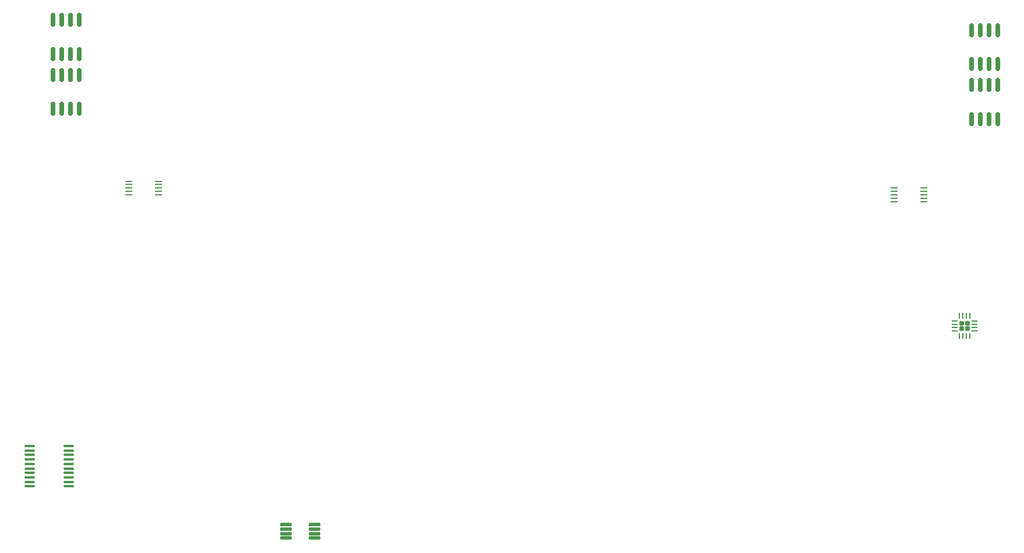
<source format=gbr>
%TF.GenerationSoftware,KiCad,Pcbnew,8.0.4*%
%TF.CreationDate,2025-03-04T01:00:21-06:00*%
%TF.ProjectId,control_pcb,636f6e74-726f-46c5-9f70-63622e6b6963,rev?*%
%TF.SameCoordinates,Original*%
%TF.FileFunction,Paste,Top*%
%TF.FilePolarity,Positive*%
%FSLAX46Y46*%
G04 Gerber Fmt 4.6, Leading zero omitted, Abs format (unit mm)*
G04 Created by KiCad (PCBNEW 8.0.4) date 2025-03-04 01:00:21*
%MOMM*%
%LPD*%
G01*
G04 APERTURE LIST*
G04 Aperture macros list*
%AMRoundRect*
0 Rectangle with rounded corners*
0 $1 Rounding radius*
0 $2 $3 $4 $5 $6 $7 $8 $9 X,Y pos of 4 corners*
0 Add a 4 corners polygon primitive as box body*
4,1,4,$2,$3,$4,$5,$6,$7,$8,$9,$2,$3,0*
0 Add four circle primitives for the rounded corners*
1,1,$1+$1,$2,$3*
1,1,$1+$1,$4,$5*
1,1,$1+$1,$6,$7*
1,1,$1+$1,$8,$9*
0 Add four rect primitives between the rounded corners*
20,1,$1+$1,$2,$3,$4,$5,0*
20,1,$1+$1,$4,$5,$6,$7,0*
20,1,$1+$1,$6,$7,$8,$9,0*
20,1,$1+$1,$8,$9,$2,$3,0*%
G04 Aperture macros list end*
%ADD10RoundRect,0.125000X0.687500X0.125000X-0.687500X0.125000X-0.687500X-0.125000X0.687500X-0.125000X0*%
%ADD11RoundRect,0.150000X-0.150000X0.825000X-0.150000X-0.825000X0.150000X-0.825000X0.150000X0.825000X0*%
%ADD12RoundRect,0.100000X0.637500X0.100000X-0.637500X0.100000X-0.637500X-0.100000X0.637500X-0.100000X0*%
%ADD13RoundRect,0.170000X-0.170000X-0.170000X0.170000X-0.170000X0.170000X0.170000X-0.170000X0.170000X0*%
%ADD14RoundRect,0.062500X-0.355000X-0.062500X0.355000X-0.062500X0.355000X0.062500X-0.355000X0.062500X0*%
%ADD15RoundRect,0.062500X-0.062500X-0.355000X0.062500X-0.355000X0.062500X0.355000X-0.062500X0.355000X0*%
%ADD16RoundRect,0.150000X0.150000X-0.825000X0.150000X0.825000X-0.150000X0.825000X-0.150000X-0.825000X0*%
%ADD17R,1.100000X0.250000*%
G04 APERTURE END LIST*
D10*
%TO.C,U4*%
X121612500Y-112475000D03*
X121612500Y-111825000D03*
X121612500Y-111175000D03*
X121612500Y-110525000D03*
X117387500Y-110525000D03*
X117387500Y-111175000D03*
X117387500Y-111825000D03*
X117387500Y-112475000D03*
%TD*%
D11*
%TO.C,U6*%
X87405000Y-45025000D03*
X86135000Y-45025000D03*
X84865000Y-45025000D03*
X83595000Y-45025000D03*
X83595000Y-49975000D03*
X84865000Y-49975000D03*
X86135000Y-49975000D03*
X87405000Y-49975000D03*
%TD*%
%TO.C,U7*%
X87405000Y-37025000D03*
X86135000Y-37025000D03*
X84865000Y-37025000D03*
X83595000Y-37025000D03*
X83595000Y-41975000D03*
X84865000Y-41975000D03*
X86135000Y-41975000D03*
X87405000Y-41975000D03*
%TD*%
D12*
%TO.C,U5*%
X85862500Y-104925000D03*
X85862500Y-104275000D03*
X85862500Y-103625000D03*
X85862500Y-102975000D03*
X85862500Y-102325000D03*
X85862500Y-101675000D03*
X85862500Y-101025000D03*
X85862500Y-100375000D03*
X85862500Y-99725000D03*
X85862500Y-99075000D03*
X80137500Y-99075000D03*
X80137500Y-99725000D03*
X80137500Y-100375000D03*
X80137500Y-101025000D03*
X80137500Y-101675000D03*
X80137500Y-102325000D03*
X80137500Y-102975000D03*
X80137500Y-103625000D03*
X80137500Y-104275000D03*
X80137500Y-104925000D03*
%TD*%
D13*
%TO.C,U9*%
X215660000Y-81160000D03*
X215660000Y-82000000D03*
X216500000Y-81160000D03*
X216500000Y-82000000D03*
D14*
X214622500Y-80830000D03*
X214622500Y-81330000D03*
X214622500Y-81830000D03*
X214622500Y-82330000D03*
D15*
X215330000Y-83037500D03*
X215830000Y-83037500D03*
X216330000Y-83037500D03*
X216830000Y-83037500D03*
D14*
X217537500Y-82330000D03*
X217537500Y-81830000D03*
X217537500Y-81330000D03*
X217537500Y-80830000D03*
D15*
X216830000Y-80122500D03*
X216330000Y-80122500D03*
X215830000Y-80122500D03*
X215330000Y-80122500D03*
%TD*%
D16*
%TO.C,U10*%
X217095000Y-43475000D03*
X218365000Y-43475000D03*
X219635000Y-43475000D03*
X220905000Y-43475000D03*
X220905000Y-38525000D03*
X219635000Y-38525000D03*
X218365000Y-38525000D03*
X217095000Y-38525000D03*
%TD*%
D17*
%TO.C,U1*%
X98900000Y-62500000D03*
X98900000Y-62000000D03*
X98900000Y-61500000D03*
X98900000Y-61000000D03*
X98900000Y-60500000D03*
X94600000Y-60500000D03*
X94600000Y-61000000D03*
X94600000Y-61500000D03*
X94600000Y-62000000D03*
X94600000Y-62500000D03*
%TD*%
%TO.C,U2*%
X205850000Y-61500000D03*
X205850000Y-62000000D03*
X205850000Y-62500000D03*
X205850000Y-63000000D03*
X205850000Y-63500000D03*
X210150000Y-63500000D03*
X210150000Y-63000000D03*
X210150000Y-62500000D03*
X210150000Y-62000000D03*
X210150000Y-61500000D03*
%TD*%
D16*
%TO.C,U11*%
X217095000Y-51475000D03*
X218365000Y-51475000D03*
X219635000Y-51475000D03*
X220905000Y-51475000D03*
X220905000Y-46525000D03*
X219635000Y-46525000D03*
X218365000Y-46525000D03*
X217095000Y-46525000D03*
%TD*%
M02*

</source>
